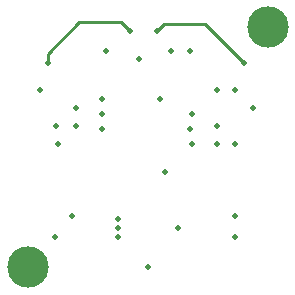
<source format=gbr>
%TF.GenerationSoftware,KiCad,Pcbnew,7.0.9*%
%TF.CreationDate,2023-12-14T21:42:17-08:00*%
%TF.ProjectId,encoder-board,656e636f-6465-4722-9d62-6f6172642e6b,rev?*%
%TF.SameCoordinates,Original*%
%TF.FileFunction,Copper,L3,Inr*%
%TF.FilePolarity,Positive*%
%FSLAX46Y46*%
G04 Gerber Fmt 4.6, Leading zero omitted, Abs format (unit mm)*
G04 Created by KiCad (PCBNEW 7.0.9) date 2023-12-14 21:42:17*
%MOMM*%
%LPD*%
G01*
G04 APERTURE LIST*
%TA.AperFunction,ComponentPad*%
%ADD10C,3.500000*%
%TD*%
%TA.AperFunction,ViaPad*%
%ADD11C,0.500000*%
%TD*%
%TA.AperFunction,Conductor*%
%ADD12C,0.250000*%
%TD*%
G04 APERTURE END LIST*
D10*
%TO.N,GND*%
%TO.C,H2*%
X27940000Y-48260000D03*
%TD*%
%TO.N,GND*%
%TO.C,H1*%
X48260000Y-27940000D03*
%TD*%
D11*
%TO.N,GND*%
X45466000Y-43942000D03*
X46990000Y-34798000D03*
X28956000Y-33274000D03*
X35560000Y-44196000D03*
X31650500Y-43923154D03*
X39573200Y-40182800D03*
X35560000Y-45720000D03*
X35560000Y-44958000D03*
X39116000Y-34036000D03*
%TO.N,A2*%
X34544000Y-29972000D03*
X30327600Y-36322000D03*
X37338254Y-30632400D03*
%TO.N,A1*%
X40081200Y-29972000D03*
X45490500Y-33224747D03*
X45490500Y-37817939D03*
X41656000Y-29972000D03*
%TO.N,D2*%
X30504500Y-37846000D03*
X34239200Y-36576000D03*
X38100000Y-48268000D03*
X30276800Y-45720000D03*
%TO.N,D1*%
X45466000Y-45720000D03*
X40640000Y-44958000D03*
X41808400Y-37846000D03*
X43942000Y-37846000D03*
%TO.N,Net-(U3A--)*%
X41656000Y-36576000D03*
X43942000Y-36322000D03*
%TO.N,Net-(U3A-+)*%
X41808400Y-35306000D03*
X43942000Y-33274000D03*
%TO.N,Net-(U3B-+)*%
X34239200Y-34036000D03*
X32004000Y-34798000D03*
%TO.N,Net-(U3B--)*%
X32004000Y-36322000D03*
X34239200Y-35306000D03*
%TO.N,Net-(U1-A)*%
X38862000Y-28244800D03*
X46278800Y-30988000D03*
%TO.N,Net-(U2-A)*%
X29667200Y-30988000D03*
X36576000Y-28244800D03*
%TD*%
D12*
%TO.N,Net-(U1-A)*%
X46278800Y-30988000D02*
X42926000Y-27635200D01*
X39471600Y-27635200D02*
X38862000Y-28244800D01*
X42926000Y-27635200D02*
X39471600Y-27635200D01*
%TO.N,Net-(U2-A)*%
X29667200Y-30175200D02*
X32308800Y-27533600D01*
X29667200Y-30988000D02*
X29667200Y-30175200D01*
X32308800Y-27533600D02*
X35864800Y-27533600D01*
X35864800Y-27533600D02*
X36576000Y-28244800D01*
%TD*%
M02*

</source>
